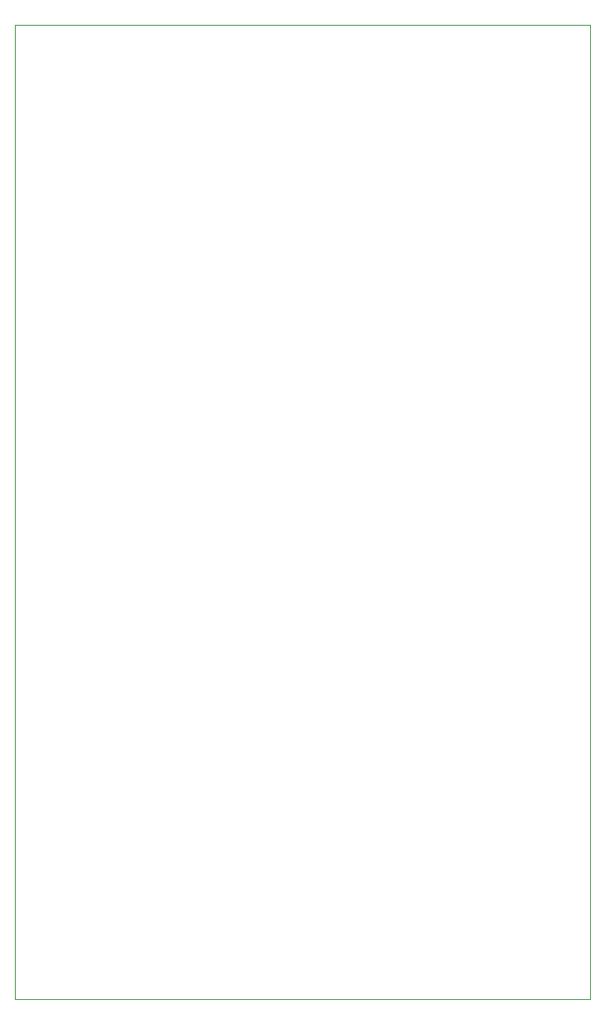
<source format=gm1>
%TF.GenerationSoftware,KiCad,Pcbnew,7.0.9*%
%TF.CreationDate,2023-11-17T12:10:22-05:00*%
%TF.ProjectId,TamagotchiPCB,54616d61-676f-4746-9368-695043422e6b,rev?*%
%TF.SameCoordinates,Original*%
%TF.FileFunction,Profile,NP*%
%FSLAX46Y46*%
G04 Gerber Fmt 4.6, Leading zero omitted, Abs format (unit mm)*
G04 Created by KiCad (PCBNEW 7.0.9) date 2023-11-17 12:10:22*
%MOMM*%
%LPD*%
G01*
G04 APERTURE LIST*
%TA.AperFunction,Profile*%
%ADD10C,0.100000*%
%TD*%
G04 APERTURE END LIST*
D10*
X138240000Y-41910000D02*
X197040000Y-41910000D01*
X197040000Y-141430000D01*
X138240000Y-141430000D01*
X138240000Y-41910000D01*
M02*

</source>
